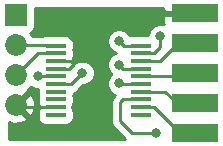
<source format=gtl>
G04 #@! TF.GenerationSoftware,KiCad,Pcbnew,5.0.2-bee76a0~70~ubuntu16.04.1*
G04 #@! TF.CreationDate,2019-12-01T18:12:19-08:00*
G04 #@! TF.ProjectId,smallio,736d616c-6c69-46f2-9e6b-696361645f70,1.0*
G04 #@! TF.SameCoordinates,PX8a1ee30PY3b71490*
G04 #@! TF.FileFunction,Copper,L1,Top*
G04 #@! TF.FilePolarity,Positive*
%FSLAX46Y46*%
G04 Gerber Fmt 4.6, Leading zero omitted, Abs format (unit mm)*
G04 Created by KiCad (PCBNEW 5.0.2-bee76a0~70~ubuntu16.04.1) date Sun 01 Dec 2019 06:12:19 PM PST*
%MOMM*%
%LPD*%
G01*
G04 APERTURE LIST*
G04 #@! TA.AperFunction,SMDPad,CuDef*
%ADD10R,4.000000X1.600000*%
G04 #@! TD*
G04 #@! TA.AperFunction,ComponentPad*
%ADD11R,1.850000X1.850000*%
G04 #@! TD*
G04 #@! TA.AperFunction,ComponentPad*
%ADD12C,1.850000*%
G04 #@! TD*
G04 #@! TA.AperFunction,SMDPad,CuDef*
%ADD13R,1.750000X0.450000*%
G04 #@! TD*
G04 #@! TA.AperFunction,ViaPad*
%ADD14C,0.800000*%
G04 #@! TD*
G04 #@! TA.AperFunction,Conductor*
%ADD15C,0.250000*%
G04 #@! TD*
G04 #@! TA.AperFunction,Conductor*
%ADD16C,0.400000*%
G04 #@! TD*
G04 #@! TA.AperFunction,Conductor*
%ADD17C,0.254000*%
G04 #@! TD*
G04 APERTURE END LIST*
D10*
G04 #@! TO.P,DB1,1*
G04 #@! TO.N,Net-(DB1-Pad1)*
X16370000Y-11270000D03*
G04 #@! TO.P,DB1,3*
G04 #@! TO.N,Net-(DB1-Pad3)*
X16370000Y-8730000D03*
G04 #@! TO.P,DB1,5*
G04 #@! TO.N,Net-(DB1-Pad5)*
X16370000Y-6190000D03*
G04 #@! TO.P,DB1,7*
G04 #@! TO.N,Net-(DB1-Pad7)*
X16370000Y-3650000D03*
G04 #@! TO.P,DB1,9*
G04 #@! TO.N,GNDS*
X16370000Y-1110000D03*
G04 #@! TD*
D11*
G04 #@! TO.P,DB17,1*
G04 #@! TO.N,VCC*
X1270000Y-1270000D03*
D12*
G04 #@! TO.P,DB17,2*
G04 #@! TO.N,Net-(DB17-Pad2)*
X1270000Y-3810000D03*
G04 #@! TO.P,DB17,3*
G04 #@! TO.N,Net-(DB17-Pad3)*
X1270000Y-6350000D03*
G04 #@! TO.P,DB17,4*
G04 #@! TO.N,GNDS*
X1270000Y-8890000D03*
G04 #@! TD*
D13*
G04 #@! TO.P,U1,1*
G04 #@! TO.N,Net-(DB17-Pad2)*
X4605001Y-3870001D03*
G04 #@! TO.P,U1,2*
G04 #@! TO.N,Net-(DB17-Pad3)*
X4605001Y-4520001D03*
G04 #@! TO.P,U1,3*
G04 #@! TO.N,GNDS*
X4605001Y-5170001D03*
G04 #@! TO.P,U1,4*
X4605001Y-5820001D03*
G04 #@! TO.P,U1,5*
G04 #@! TO.N,Net-(J1-Pad1)*
X4605001Y-6470001D03*
G04 #@! TO.P,U1,6*
G04 #@! TO.N,VCC*
X4605001Y-7120001D03*
G04 #@! TO.P,U1,7*
G04 #@! TO.N,Net-(U1-Pad7)*
X4605001Y-7770001D03*
G04 #@! TO.P,U1,8*
G04 #@! TO.N,Net-(U1-Pad8)*
X4605001Y-8420001D03*
G04 #@! TO.P,U1,9*
G04 #@! TO.N,GNDS*
X4605001Y-9070001D03*
G04 #@! TO.P,U1,10*
G04 #@! TO.N,Net-(U1-Pad10)*
X4605001Y-9720001D03*
G04 #@! TO.P,U1,11*
G04 #@! TO.N,Net-(U1-Pad11)*
X11805001Y-9720001D03*
G04 #@! TO.P,U1,12*
G04 #@! TO.N,Net-(DB1-Pad1)*
X11805001Y-9070001D03*
G04 #@! TO.P,U1,13*
G04 #@! TO.N,Net-(DB1-Pad2)*
X11805001Y-8420001D03*
G04 #@! TO.P,U1,14*
G04 #@! TO.N,Net-(DB1-Pad3)*
X11805001Y-7770001D03*
G04 #@! TO.P,U1,15*
G04 #@! TO.N,Net-(DB1-Pad4)*
X11805001Y-7120001D03*
G04 #@! TO.P,U1,16*
G04 #@! TO.N,Net-(DB1-Pad5)*
X11805001Y-6470001D03*
G04 #@! TO.P,U1,17*
G04 #@! TO.N,Net-(DB1-Pad6)*
X11805001Y-5820001D03*
G04 #@! TO.P,U1,18*
G04 #@! TO.N,Net-(DB1-Pad7)*
X11805001Y-5170001D03*
G04 #@! TO.P,U1,19*
G04 #@! TO.N,Net-(DB1-Pad8)*
X11805001Y-4520001D03*
G04 #@! TO.P,U1,20*
G04 #@! TO.N,VCC*
X11805001Y-3870001D03*
G04 #@! TD*
D14*
G04 #@! TO.N,VCC*
X6870000Y-6170000D03*
X9970000Y-3470000D03*
G04 #@! TO.N,GNDS*
X7070000Y-4070000D03*
X11770000Y-2570000D03*
G04 #@! TO.N,Net-(J1-Pad1)*
X3070000Y-6470000D03*
G04 #@! TO.N,Net-(DB1-Pad2)*
X13070000Y-11270000D03*
G04 #@! TO.N,Net-(DB1-Pad4)*
X9970000Y-7070000D03*
G04 #@! TO.N,Net-(DB1-Pad6)*
X9970000Y-5470000D03*
G04 #@! TO.N,Net-(DB1-Pad8)*
X13470000Y-3070000D03*
G04 #@! TD*
D15*
G04 #@! TO.N,VCC*
X5919999Y-7120001D02*
X6870000Y-6170000D01*
X4605001Y-7120001D02*
X5919999Y-7120001D01*
X10370001Y-3870001D02*
X9970000Y-3470000D01*
X11805001Y-3870001D02*
X10370001Y-3870001D01*
G04 #@! TO.N,GNDS*
X1450001Y-9070001D02*
X1270000Y-8890000D01*
X4605001Y-9070001D02*
X1450001Y-9070001D01*
X4605001Y-5170001D02*
X6169999Y-5170001D01*
X5730001Y-5820001D02*
X6170000Y-5380002D01*
X4605001Y-5820001D02*
X5730001Y-5820001D01*
X6170000Y-5380002D02*
X6170000Y-5170000D01*
D16*
X13230000Y-1110000D02*
X16370000Y-1110000D01*
X11770000Y-2570000D02*
X13230000Y-1110000D01*
D15*
X6169999Y-5170001D02*
X7070000Y-4270000D01*
X7070000Y-4270000D02*
X7070000Y-4070000D01*
G04 #@! TO.N,Net-(J1-Pad1)*
X3070001Y-6470001D02*
X3070000Y-6470000D01*
X4605001Y-6470001D02*
X3070001Y-6470001D01*
G04 #@! TO.N,Net-(DB1-Pad1)*
X12970001Y-9070001D02*
X15170000Y-11270000D01*
X11805001Y-9070001D02*
X12970001Y-9070001D01*
X15170000Y-11270000D02*
X16470000Y-11270000D01*
G04 #@! TO.N,Net-(DB1-Pad3)*
X11805001Y-7770001D02*
X12930002Y-7770000D01*
X12930002Y-7770000D02*
X13870000Y-7770000D01*
X13870000Y-7770000D02*
X14770000Y-8670000D01*
X14770000Y-8670000D02*
X16370000Y-8670000D01*
G04 #@! TO.N,Net-(DB1-Pad5)*
X11805001Y-6470001D02*
X16069999Y-6470001D01*
X16069999Y-6470001D02*
X16370000Y-6170000D01*
G04 #@! TO.N,Net-(DB1-Pad7)*
X11805001Y-5170001D02*
X12930002Y-5170000D01*
X12930002Y-5170000D02*
X13470000Y-5170000D01*
X13470000Y-5170000D02*
X14970000Y-3670000D01*
X14970000Y-3670000D02*
X16370000Y-3670000D01*
G04 #@! TO.N,Net-(DB1-Pad2)*
X11805001Y-8420001D02*
X10319999Y-8420001D01*
X10319999Y-8420001D02*
X10070000Y-8670000D01*
X10070000Y-8670000D02*
X10070000Y-10170000D01*
X10070000Y-10170000D02*
X10070000Y-10270000D01*
X10070000Y-10270000D02*
X11070000Y-11270000D01*
X11070000Y-11270000D02*
X13070000Y-11270000D01*
G04 #@! TO.N,Net-(DB1-Pad4)*
X10020001Y-7120001D02*
X9970000Y-7070000D01*
X11805001Y-7120001D02*
X10020001Y-7120001D01*
G04 #@! TO.N,Net-(DB1-Pad6)*
X10320001Y-5820001D02*
X9970000Y-5470000D01*
X11805001Y-5820001D02*
X10320001Y-5820001D01*
G04 #@! TO.N,Net-(DB1-Pad8)*
X13470000Y-3980002D02*
X13470000Y-3070000D01*
X12930001Y-4520001D02*
X13470000Y-3980002D01*
X11805001Y-4520001D02*
X12930001Y-4520001D01*
G04 #@! TO.N,Net-(DB17-Pad2)*
X4545000Y-3810000D02*
X4605001Y-3870001D01*
X1270000Y-3810000D02*
X4545000Y-3810000D01*
G04 #@! TO.N,Net-(DB17-Pad3)*
X3099999Y-4520001D02*
X1270000Y-6350000D01*
X4605001Y-4520001D02*
X3099999Y-4520001D01*
G04 #@! TD*
D17*
G04 #@! TO.N,GNDS*
G36*
X13735000Y-824250D02*
X13893750Y-983000D01*
X16243000Y-983000D01*
X16243000Y-963000D01*
X16497000Y-963000D01*
X16497000Y-983000D01*
X16517000Y-983000D01*
X16517000Y-1237000D01*
X16497000Y-1237000D01*
X16497000Y-1257000D01*
X16243000Y-1257000D01*
X16243000Y-1237000D01*
X13893750Y-1237000D01*
X13735000Y-1395750D01*
X13735000Y-2036309D01*
X13746591Y-2064292D01*
X13675874Y-2035000D01*
X13264126Y-2035000D01*
X12883720Y-2192569D01*
X12592569Y-2483720D01*
X12435000Y-2864126D01*
X12435000Y-2997561D01*
X10930001Y-2997561D01*
X10897281Y-3004069D01*
X10847431Y-2883720D01*
X10556280Y-2592569D01*
X10175874Y-2435000D01*
X9764126Y-2435000D01*
X9383720Y-2592569D01*
X9092569Y-2883720D01*
X8935000Y-3264126D01*
X8935000Y-3675874D01*
X9092569Y-4056280D01*
X9383720Y-4347431D01*
X9679628Y-4470000D01*
X9383720Y-4592569D01*
X9092569Y-4883720D01*
X8935000Y-5264126D01*
X8935000Y-5675874D01*
X9092569Y-6056280D01*
X9306289Y-6270000D01*
X9092569Y-6483720D01*
X8935000Y-6864126D01*
X8935000Y-7275874D01*
X9092569Y-7656280D01*
X9383720Y-7947431D01*
X9619928Y-8045271D01*
X9585530Y-8079669D01*
X9522071Y-8122071D01*
X9354096Y-8373464D01*
X9310000Y-8595149D01*
X9310000Y-8595153D01*
X9295112Y-8670000D01*
X9310000Y-8744847D01*
X9310001Y-10095144D01*
X9310000Y-10095149D01*
X9310000Y-10195153D01*
X9295112Y-10270000D01*
X9310000Y-10344847D01*
X9310000Y-10344852D01*
X9354096Y-10566537D01*
X9522071Y-10817929D01*
X9585529Y-10860330D01*
X10479671Y-11754473D01*
X10500069Y-11785000D01*
X655000Y-11785000D01*
X655000Y-10326009D01*
X1023368Y-10461325D01*
X1643461Y-10436097D01*
X2099179Y-10247332D01*
X2188651Y-9988256D01*
X1270000Y-9069605D01*
X1255858Y-9083748D01*
X1076253Y-8904143D01*
X1090395Y-8890000D01*
X1449605Y-8890000D01*
X2368256Y-9808651D01*
X2627332Y-9719179D01*
X2841325Y-9136632D01*
X2816097Y-8516539D01*
X2627332Y-8060821D01*
X2368256Y-7971349D01*
X1449605Y-8890000D01*
X1090395Y-8890000D01*
X1076253Y-8875858D01*
X1255858Y-8696253D01*
X1270000Y-8710395D01*
X2188651Y-7791744D01*
X2148247Y-7674750D01*
X2153669Y-7672504D01*
X2481231Y-7344942D01*
X2483720Y-7347431D01*
X2864126Y-7505000D01*
X3090518Y-7505000D01*
X3082561Y-7545001D01*
X3082561Y-7995001D01*
X3102452Y-8095001D01*
X3082561Y-8195001D01*
X3082561Y-8645001D01*
X3096499Y-8715074D01*
X3095001Y-8718691D01*
X3095001Y-8798751D01*
X3117648Y-8821398D01*
X3131844Y-8892766D01*
X3250270Y-9070001D01*
X3131844Y-9247236D01*
X3117648Y-9318604D01*
X3095001Y-9341251D01*
X3095001Y-9421311D01*
X3096499Y-9424928D01*
X3082561Y-9495001D01*
X3082561Y-9945001D01*
X3131844Y-10192766D01*
X3272192Y-10402810D01*
X3482236Y-10543158D01*
X3730001Y-10592441D01*
X5480001Y-10592441D01*
X5727766Y-10543158D01*
X5937810Y-10402810D01*
X6078158Y-10192766D01*
X6127441Y-9945001D01*
X6127441Y-9495001D01*
X6113503Y-9424928D01*
X6115001Y-9421311D01*
X6115001Y-9341251D01*
X6092354Y-9318604D01*
X6078158Y-9247236D01*
X5959732Y-9070001D01*
X6078158Y-8892766D01*
X6092354Y-8821398D01*
X6115001Y-8798751D01*
X6115001Y-8718691D01*
X6113503Y-8715074D01*
X6127441Y-8645001D01*
X6127441Y-8195001D01*
X6107550Y-8095001D01*
X6127441Y-7995001D01*
X6127441Y-7853627D01*
X6216536Y-7835905D01*
X6467928Y-7667930D01*
X6510330Y-7604472D01*
X6909802Y-7205000D01*
X7075874Y-7205000D01*
X7456280Y-7047431D01*
X7747431Y-6756280D01*
X7905000Y-6375874D01*
X7905000Y-5964126D01*
X7747431Y-5583720D01*
X7456280Y-5292569D01*
X7075874Y-5135000D01*
X6664126Y-5135000D01*
X6283720Y-5292569D01*
X6115001Y-5461288D01*
X6115001Y-5441251D01*
X6095598Y-5421848D01*
X6018328Y-5235302D01*
X5957046Y-5174021D01*
X6078158Y-4992766D01*
X6092354Y-4921398D01*
X6115001Y-4898751D01*
X6115001Y-4818691D01*
X6113503Y-4815074D01*
X6127441Y-4745001D01*
X6127441Y-4295001D01*
X6107550Y-4195001D01*
X6127441Y-4095001D01*
X6127441Y-3645001D01*
X6078158Y-3397236D01*
X5937810Y-3187192D01*
X5727766Y-3046844D01*
X5480001Y-2997561D01*
X3730001Y-2997561D01*
X3482236Y-3046844D01*
X3477513Y-3050000D01*
X2643729Y-3050000D01*
X2592504Y-2926331D01*
X2452695Y-2786522D01*
X2652809Y-2652809D01*
X2793157Y-2442765D01*
X2842440Y-2195000D01*
X2842440Y-655000D01*
X13735000Y-655000D01*
X13735000Y-824250D01*
X13735000Y-824250D01*
G37*
X13735000Y-824250D02*
X13893750Y-983000D01*
X16243000Y-983000D01*
X16243000Y-963000D01*
X16497000Y-963000D01*
X16497000Y-983000D01*
X16517000Y-983000D01*
X16517000Y-1237000D01*
X16497000Y-1237000D01*
X16497000Y-1257000D01*
X16243000Y-1257000D01*
X16243000Y-1237000D01*
X13893750Y-1237000D01*
X13735000Y-1395750D01*
X13735000Y-2036309D01*
X13746591Y-2064292D01*
X13675874Y-2035000D01*
X13264126Y-2035000D01*
X12883720Y-2192569D01*
X12592569Y-2483720D01*
X12435000Y-2864126D01*
X12435000Y-2997561D01*
X10930001Y-2997561D01*
X10897281Y-3004069D01*
X10847431Y-2883720D01*
X10556280Y-2592569D01*
X10175874Y-2435000D01*
X9764126Y-2435000D01*
X9383720Y-2592569D01*
X9092569Y-2883720D01*
X8935000Y-3264126D01*
X8935000Y-3675874D01*
X9092569Y-4056280D01*
X9383720Y-4347431D01*
X9679628Y-4470000D01*
X9383720Y-4592569D01*
X9092569Y-4883720D01*
X8935000Y-5264126D01*
X8935000Y-5675874D01*
X9092569Y-6056280D01*
X9306289Y-6270000D01*
X9092569Y-6483720D01*
X8935000Y-6864126D01*
X8935000Y-7275874D01*
X9092569Y-7656280D01*
X9383720Y-7947431D01*
X9619928Y-8045271D01*
X9585530Y-8079669D01*
X9522071Y-8122071D01*
X9354096Y-8373464D01*
X9310000Y-8595149D01*
X9310000Y-8595153D01*
X9295112Y-8670000D01*
X9310000Y-8744847D01*
X9310001Y-10095144D01*
X9310000Y-10095149D01*
X9310000Y-10195153D01*
X9295112Y-10270000D01*
X9310000Y-10344847D01*
X9310000Y-10344852D01*
X9354096Y-10566537D01*
X9522071Y-10817929D01*
X9585529Y-10860330D01*
X10479671Y-11754473D01*
X10500069Y-11785000D01*
X655000Y-11785000D01*
X655000Y-10326009D01*
X1023368Y-10461325D01*
X1643461Y-10436097D01*
X2099179Y-10247332D01*
X2188651Y-9988256D01*
X1270000Y-9069605D01*
X1255858Y-9083748D01*
X1076253Y-8904143D01*
X1090395Y-8890000D01*
X1449605Y-8890000D01*
X2368256Y-9808651D01*
X2627332Y-9719179D01*
X2841325Y-9136632D01*
X2816097Y-8516539D01*
X2627332Y-8060821D01*
X2368256Y-7971349D01*
X1449605Y-8890000D01*
X1090395Y-8890000D01*
X1076253Y-8875858D01*
X1255858Y-8696253D01*
X1270000Y-8710395D01*
X2188651Y-7791744D01*
X2148247Y-7674750D01*
X2153669Y-7672504D01*
X2481231Y-7344942D01*
X2483720Y-7347431D01*
X2864126Y-7505000D01*
X3090518Y-7505000D01*
X3082561Y-7545001D01*
X3082561Y-7995001D01*
X3102452Y-8095001D01*
X3082561Y-8195001D01*
X3082561Y-8645001D01*
X3096499Y-8715074D01*
X3095001Y-8718691D01*
X3095001Y-8798751D01*
X3117648Y-8821398D01*
X3131844Y-8892766D01*
X3250270Y-9070001D01*
X3131844Y-9247236D01*
X3117648Y-9318604D01*
X3095001Y-9341251D01*
X3095001Y-9421311D01*
X3096499Y-9424928D01*
X3082561Y-9495001D01*
X3082561Y-9945001D01*
X3131844Y-10192766D01*
X3272192Y-10402810D01*
X3482236Y-10543158D01*
X3730001Y-10592441D01*
X5480001Y-10592441D01*
X5727766Y-10543158D01*
X5937810Y-10402810D01*
X6078158Y-10192766D01*
X6127441Y-9945001D01*
X6127441Y-9495001D01*
X6113503Y-9424928D01*
X6115001Y-9421311D01*
X6115001Y-9341251D01*
X6092354Y-9318604D01*
X6078158Y-9247236D01*
X5959732Y-9070001D01*
X6078158Y-8892766D01*
X6092354Y-8821398D01*
X6115001Y-8798751D01*
X6115001Y-8718691D01*
X6113503Y-8715074D01*
X6127441Y-8645001D01*
X6127441Y-8195001D01*
X6107550Y-8095001D01*
X6127441Y-7995001D01*
X6127441Y-7853627D01*
X6216536Y-7835905D01*
X6467928Y-7667930D01*
X6510330Y-7604472D01*
X6909802Y-7205000D01*
X7075874Y-7205000D01*
X7456280Y-7047431D01*
X7747431Y-6756280D01*
X7905000Y-6375874D01*
X7905000Y-5964126D01*
X7747431Y-5583720D01*
X7456280Y-5292569D01*
X7075874Y-5135000D01*
X6664126Y-5135000D01*
X6283720Y-5292569D01*
X6115001Y-5461288D01*
X6115001Y-5441251D01*
X6095598Y-5421848D01*
X6018328Y-5235302D01*
X5957046Y-5174021D01*
X6078158Y-4992766D01*
X6092354Y-4921398D01*
X6115001Y-4898751D01*
X6115001Y-4818691D01*
X6113503Y-4815074D01*
X6127441Y-4745001D01*
X6127441Y-4295001D01*
X6107550Y-4195001D01*
X6127441Y-4095001D01*
X6127441Y-3645001D01*
X6078158Y-3397236D01*
X5937810Y-3187192D01*
X5727766Y-3046844D01*
X5480001Y-2997561D01*
X3730001Y-2997561D01*
X3482236Y-3046844D01*
X3477513Y-3050000D01*
X2643729Y-3050000D01*
X2592504Y-2926331D01*
X2452695Y-2786522D01*
X2652809Y-2652809D01*
X2793157Y-2442765D01*
X2842440Y-2195000D01*
X2842440Y-655000D01*
X13735000Y-655000D01*
X13735000Y-824250D01*
G04 #@! TD*
M02*

</source>
